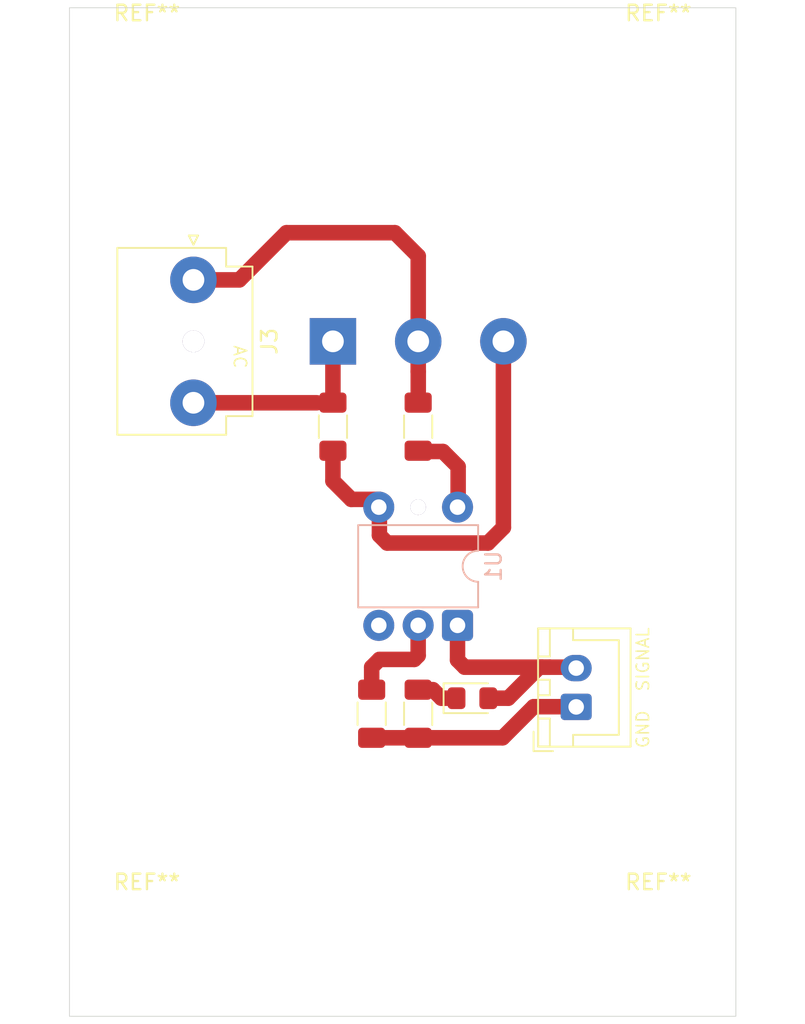
<source format=kicad_pcb>
(kicad_pcb (version 20241229) (generator "pcbnew") (generator_version "9.0")
  (layers (0 "F.Cu" signal) (2 "B.Cu" signal) (13 "F.Paste" user) (15 "B.Paste" user) (5 "F.SilkS" user "F.Silkscreen") (7 "B.SilkS" user "B.Silkscreen") (1 "F.Mask" user) (3 "B.Mask" user) (25 "Edge.Cuts" user))
  (net 0 "")
  (net 1 "GND")
  (net 2 "Net-(D2-K)")
  (net 3 "Net-(Q1-G)")
  (net 4 "/NEUTRAL")
  (net 5 "/HOT")
  (net 6 "Net-(R1-Pad1)")
  (net 10 "Net-(D2-A)")
  (net 11 "Net-(R3-Pad2)")
  (footprint "" (layer "F.Cu") (at 177 48)
    (property "Reference" "" (at 0 0 0) (layer "F.SilkS") (effects (font (size 1.27 1.27))))
    (property "Value" "")
    (pad "3" thru_hole circle (at 0 0) (size 3 3) (drill 1.4) (layers "*.Cu" "*.Mask") (net 3 "Net-(Q1-G)"))
  )
  (footprint "" (layer "F.Cu") (at 166 48)
    (property "Reference" "" (at 0 0 0) (layer "F.SilkS") (effects (font (size 1.27 1.27))))
    (property "Value" "")
    (pad "1" thru_hole rect (at 0 0) (size 3 3) (drill 1.4) (layers "*.Cu" "*.Mask") (net 4 "/NEUTRAL"))
  )
  (footprint "Resistor_SMD:R_1206_3216Metric_Pad1.30x1.75mm_HandSolder" (layer "F.Cu") (at 166 53.5 90)
    (property "Reference" "R2" (hide yes))
    (property "Value" "330" (hide yes))
    (fp_line (start -0.727064 -0.91) (end 0.727064 -0.91) (stroke (width 0.12)) (layer "F.SilkS"))
    (fp_line (start -0.727064 0.91) (end 0.727064 0.91) (stroke (width 0.12)) (layer "F.SilkS"))
    (pad "1" smd roundrect (at -1.55 0 90) (size 1.3 1.75) (layers "F.Cu" "F.Mask" "F.Paste") (roundrect_rratio 0.192308) (net 3 "Net-(Q1-G)"))
    (pad "2" smd roundrect (at 1.55 0 90) (size 1.3 1.75) (layers "F.Cu" "F.Mask" "F.Paste") (roundrect_rratio 0.192308) (net 4 "/NEUTRAL"))
  )
  (footprint "Resistor_SMD:R_1206_3216Metric_Pad1.30x1.75mm_HandSolder" (layer "F.Cu") (at 171.5 53.5 90)
    (property "Reference" "R1" (hide yes))
    (property "Value" "100" (hide yes))
    (fp_line (start -0.727064 -0.91) (end 0.727064 -0.91) (stroke (width 0.12)) (layer "F.SilkS"))
    (fp_line (start -0.727064 0.91) (end 0.727064 0.91) (stroke (width 0.12)) (layer "F.SilkS"))
    (pad "1" smd roundrect (at -1.55 0 90) (size 1.3 1.75) (layers "F.Cu" "F.Mask" "F.Paste") (roundrect_rratio 0.192308) (net 6 "Net-(R1-Pad1)"))
    (pad "2" smd roundrect (at 1.55 0 90) (size 1.3 1.75) (layers "F.Cu" "F.Mask" "F.Paste") (roundrect_rratio 0.192308) (net 5 "/HOT"))
  )
  (footprint "Connector_JST:JST_VH_B3P-VH_1x03_P3.96mm_Vertical" (layer "F.Cu") (at 157 44.04 -90)
    (property "Reference" "J3" (at 3.96 -4.9 90) (layer "F.SilkS"))
    (property "Value" "Conn_01x03_Socket")
    (fp_line (start -2.06 4.91) (end -2.06 -2.11) (stroke (width 0.12)) (layer "F.SilkS"))
    (fp_line (start 9.98 4.91) (end -2.06 4.91) (stroke (width 0.12)) (layer "F.SilkS"))
    (fp_line (start -2.86 0.3) (end -2.86 -0.3) (stroke (width 0.12)) (layer "F.SilkS"))
    (fp_line (start -2.26 0) (end -2.86 0.3) (stroke (width 0.12)) (layer "F.SilkS"))
    (fp_line (start -2.86 -0.3) (end -2.26 0) (stroke (width 0.12)) (layer "F.SilkS"))
    (fp_line (start -2.06 -2.11) (end -0.86 -2.11) (stroke (width 0.12)) (layer "F.SilkS"))
    (fp_line (start -0.86 -2.11) (end -0.86 -3.81) (stroke (width 0.12)) (layer "F.SilkS"))
    (fp_line (start 8.78 -2.11) (end 9.98 -2.11) (stroke (width 0.12)) (layer "F.SilkS"))
    (fp_line (start 9.98 -2.11) (end 9.98 4.91) (stroke (width 0.12)) (layer "F.SilkS"))
    (fp_line (start -0.86 -3.81) (end 8.78 -3.81) (stroke (width 0.12)) (layer "F.SilkS"))
    (fp_line (start 8.78 -3.81) (end 8.78 -2.11) (stroke (width 0.12)) (layer "F.SilkS"))
    (pad "1" thru_hole circle (at 0 0 270) (size 3 3) (drill 1.4) (layers "*.Cu" "*.Mask") (net 5 "/HOT"))
    (pad "2" thru_hole circle (at 3.96 0 270) (size 1.4 1.4) (drill 1.4) (layers "*.Cu" "*.Mask"))
    (pad "3" thru_hole circle (at 7.92 0 270) (size 3 3) (drill 1.4) (layers "*.Cu" "*.Mask") (net 4 "/NEUTRAL"))
  )
  (footprint "MountingHole:MountingHole_3.2mm_M3" (layer "F.Cu") (at 154 87)
    (property "Reference" "REF**" (at 0 -4.15 0) (layer "F.SilkS"))
    (property "Value" "MountingHole_3.2mm_M3")
    (pad "" np_thru_hole circle (at 0 0) (size 3 3) (drill 3) (layers "*.Cu" "*.Mask"))
  )
  (footprint "MountingHole:MountingHole_3.2mm_M3" (layer "F.Cu") (at 154 31)
    (property "Reference" "REF**" (at 0 -4.15 0) (layer "F.SilkS"))
    (property "Value" "MountingHole_3.2mm_M3")
    (pad "" np_thru_hole circle (at 0 0) (size 3 3) (drill 3) (layers "*.Cu" "*.Mask"))
  )
  (footprint "Resistor_SMD:R_1206_3216Metric_Pad1.30x1.75mm_HandSolder" (layer "F.Cu") (at 168.5 72 90)
    (property "Reference" "R3" (hide yes))
    (property "Value" "330" (hide yes))
    (fp_line (start -0.727064 -0.91) (end 0.727064 -0.91) (stroke (width 0.12)) (layer "F.SilkS"))
    (fp_line (start -0.727064 0.91) (end 0.727064 0.91) (stroke (width 0.12)) (layer "F.SilkS"))
    (pad "1" smd roundrect (at -1.55 0 90) (size 1.3 1.75) (layers "F.Cu" "F.Mask" "F.Paste") (roundrect_rratio 0.192308) (net 1 "GND"))
    (pad "2" smd roundrect (at 1.55 0 90) (size 1.3 1.75) (layers "F.Cu" "F.Mask" "F.Paste") (roundrect_rratio 0.192308) (net 11 "Net-(R3-Pad2)"))
  )
  (footprint "Resistor_SMD:R_1206_3216Metric_Pad1.30x1.75mm_HandSolder" (layer "F.Cu") (at 171.5 72 -90)
    (property "Reference" "R5" (hide yes))
    (property "Value" "10k" (hide yes))
    (fp_line (start -0.727064 0.91) (end 0.727064 0.91) (stroke (width 0.12)) (layer "F.SilkS"))
    (fp_line (start -0.727064 -0.91) (end 0.727064 -0.91) (stroke (width 0.12)) (layer "F.SilkS"))
    (pad "1" smd roundrect (at -1.55 0 270) (size 1.3 1.75) (layers "F.Cu" "F.Mask" "F.Paste") (roundrect_rratio 0.192308) (net 2 "Net-(D2-K)"))
    (pad "2" smd roundrect (at 1.55 0 270) (size 1.3 1.75) (layers "F.Cu" "F.Mask" "F.Paste") (roundrect_rratio 0.192308) (net 1 "GND"))
  )
  (footprint "MountingHole:MountingHole_3.2mm_M3" (layer "F.Cu") (at 187 87)
    (property "Reference" "REF**" (at 0 -4.15 0) (layer "F.SilkS"))
    (property "Value" "MountingHole_3.2mm_M3")
    (pad "" np_thru_hole circle (at 0 0) (size 3 3) (drill 3) (layers "*.Cu" "*.Mask"))
  )
  (footprint "" (layer "F.Cu") (at 171.50405 48)
    (property "Reference" "" (at 0 0 0) (layer "F.SilkS") (effects (font (size 1.27 1.27))))
    (property "Value" "")
    (pad "2" thru_hole circle (at 0 0) (size 3 3) (drill 1.4) (layers "*.Cu" "*.Mask") (net 5 "/HOT"))
  )
  (footprint "MountingHole:MountingHole_3.2mm_M3" (layer "F.Cu") (at 187 31)
    (property "Reference" "REF**" (at 0 -4.15 0) (layer "F.SilkS"))
    (property "Value" "MountingHole_3.2mm_M3")
    (pad "" np_thru_hole circle (at 0 0) (size 3 3) (drill 3) (layers "*.Cu" "*.Mask"))
  )
  (footprint "Connector_JST:JST_XH_B2B-XH-A_1x02_P2.50mm_Vertical" (layer "F.Cu") (at 181.696362 71.559353 90)
    (property "Reference" "J2" (hide yes))
    (property "Value" "Conn_01x02_Socket")
    (fp_line (start -1.6 -2.75) (end -2.85 -2.75) (stroke (width 0.12)) (layer "F.SilkS"))
    (fp_line (start -2.85 -2.75) (end -2.85 -1.5) (stroke (width 0.12)) (layer "F.SilkS"))
    (fp_line (start 5.06 -2.46) (end -2.56 -2.46) (stroke (width 0.12)) (layer "F.SilkS"))
    (fp_line (start -2.56 -2.46) (end -2.56 3.51) (stroke (width 0.12)) (layer "F.SilkS"))
    (fp_line (start 5.05 -2.45) (end 3.25 -2.45) (stroke (width 0.12)) (layer "F.SilkS"))
    (fp_line (start 3.25 -2.45) (end 3.25 -1.7) (stroke (width 0.12)) (layer "F.SilkS"))
    (fp_line (start 1.75 -2.45) (end 0.75 -2.45) (stroke (width 0.12)) (layer "F.SilkS"))
    (fp_line (start 0.75 -2.45) (end 0.75 -1.7) (stroke (width 0.12)) (layer "F.SilkS"))
    (fp_line (start -0.75 -2.45) (end -2.55 -2.45) (stroke (width 0.12)) (layer "F.SilkS"))
    (fp_line (start -2.55 -2.45) (end -2.55 -1.7) (stroke (width 0.12)) (layer "F.SilkS"))
    (fp_line (start 5.05 -1.7) (end 5.05 -2.45) (stroke (width 0.12)) (layer "F.SilkS"))
    (fp_line (start 3.25 -1.7) (end 5.05 -1.7) (stroke (width 0.12)) (layer "F.SilkS"))
    (fp_line (start 1.75 -1.7) (end 1.75 -2.45) (stroke (width 0.12)) (layer "F.SilkS"))
    (fp_line (start 0.75 -1.7) (end 1.75 -1.7) (stroke (width 0.12)) (layer "F.SilkS"))
    (fp_line (start -0.75 -1.7) (end -0.75 -2.45) (stroke (width 0.12)) (layer "F.SilkS"))
    (fp_line (start -2.55 -1.7) (end -0.75 -1.7) (stroke (width 0.12)) (layer "F.SilkS"))
    (fp_line (start 5.05 -0.2) (end 4.3 -0.2) (stroke (width 0.12)) (layer "F.SilkS"))
    (fp_line (start 4.3 -0.2) (end 4.3 2.75) (stroke (width 0.12)) (layer "F.SilkS"))
    (fp_line (start -1.8 -0.2) (end -1.8 2.75) (stroke (width 0.12)) (layer "F.SilkS"))
    (fp_line (start -2.55 -0.2) (end -1.8 -0.2) (stroke (width 0.12)) (layer "F.SilkS"))
    (fp_line (start 4.3 2.75) (end 1.25 2.75) (stroke (width 0.12)) (layer "F.SilkS"))
    (fp_line (start -1.8 2.75) (end 1.25 2.75) (stroke (width 0.12)) (layer "F.SilkS"))
    (fp_line (start 5.06 3.51) (end 5.06 -2.46) (stroke (width 0.12)) (layer "F.SilkS"))
    (fp_line (start -2.56 3.51) (end 5.06 3.51) (stroke (width 0.12)) (layer "F.SilkS"))
    (pad "1" thru_hole roundrect (at 0 0 90) (size 1.7 2) (drill 1) (layers "*.Cu" "*.Mask") (roundrect_rratio 0.147059) (net 1 "GND"))
    (pad "2" thru_hole oval (at 2.5 0 90) (size 1.7 2) (drill 1) (layers "*.Cu" "*.Mask") (net 10 "Net-(D2-A)"))
  )
  (footprint "LED_SMD:LED_0805_2012Metric_Pad1.15x1.40mm_HandSolder" (layer "F.Cu") (at 175 71)
    (property "Reference" "D2" (hide yes))
    (property "Value" "LED" (hide yes))
    (fp_line (start -1.86 -0.96) (end -1.86 0.96) (stroke (width 0.12)) (layer "F.SilkS"))
    (fp_line (start -1.86 0.96) (end 1 0.96) (stroke (width 0.12)) (layer "F.SilkS"))
    (fp_line (start 1 -0.96) (end -1.86 -0.96) (stroke (width 0.12)) (layer "F.SilkS"))
    (pad "1" smd roundrect (at -1.025 0) (size 1.15 1.4) (layers "F.Cu" "F.Mask" "F.Paste") (roundrect_rratio 0.217391) (net 2 "Net-(D2-K)"))
    (pad "2" smd roundrect (at 1.025 0) (size 1.15 1.4) (layers "F.Cu" "F.Mask" "F.Paste") (roundrect_rratio 0.217391) (net 10 "Net-(D2-A)"))
  )
  (footprint "Package_DIP:DIP-6_W7.62mm" (layer "B.Cu") (at 174.04 66.305 90)
    (property "Reference" "U1" (at 3.81 2.33 90) (layer "B.SilkS") (effects (justify mirror)))
    (property "Value" "MOC3063M")
    (fp_line (start 6.46 -6.41) (end 6.46 1.33) (stroke (width 0.12)) (layer "B.SilkS"))
    (fp_line (start 1.16 -6.41) (end 6.46 -6.41) (stroke (width 0.12)) (layer "B.SilkS"))
    (fp_line (start 6.46 1.33) (end 4.81 1.33) (stroke (width 0.12)) (layer "B.SilkS"))
    (fp_line (start 2.81 1.33) (end 1.16 1.33) (stroke (width 0.12)) (layer "B.SilkS"))
    (fp_line (start 1.16 1.33) (end 1.16 -6.41) (stroke (width 0.12)) (layer "B.SilkS"))
    (fp_arc (start 2.81 1.33) (mid 3.81 0.33) (end 4.81 1.33) (stroke (width 0.12)) (layer "B.SilkS"))
    (pad "1" thru_hole roundrect (at 0 0 90) (size 2 2) (drill 1) (layers "*.Cu" "*.Mask") (roundrect_rratio 0.15625) (net 10 "Net-(D2-A)"))
    (pad "2" thru_hole circle (at 0 -2.54 90) (size 2 2) (drill 1) (layers "*.Cu" "*.Mask") (net 11 "Net-(R3-Pad2)"))
    (pad "3" thru_hole circle (at 0 -5.08 90) (size 2 2) (drill 1) (layers "*.Cu" "*.Mask"))
    (pad "4" thru_hole circle (at 7.62 -5.08 90) (size 2 2) (drill 1) (layers "*.Cu" "*.Mask") (net 3 "Net-(Q1-G)"))
    (pad "5" thru_hole circle (at 7.62 -2.54 90) (size 1 1) (drill 1) (layers "*.Cu" "*.Mask"))
    (pad "6" thru_hole circle (at 7.62 0 90) (size 2 2) (drill 1) (layers "*.Cu" "*.Mask") (net 6 "Net-(R1-Pad1)"))
  )
  (gr_rect (start 149 26.5) (end 192 91.5) (stroke (width 0.05)) (fill no) (layer "Edge.Cuts"))
  (gr_text "SIGNAL" (at 186 68.5 90) (layer "F.SilkS") (effects (font (size 0.8 0.8) (thickness 0.1))))
  (gr_text "GND" (at 186 73 90) (layer "F.SilkS") (effects (font (size 0.8 0.8) (thickness 0.1))))
  (gr_text "AC" (at 160 49 270) (layer "F.SilkS") (effects (font (size 0.8 0.8) (thickness 0.1))))
  (segment (start 178.953277 71.546723) (end 176.95 73.55) (width 1) (layer "F.Cu") (net 1))
  (segment (start 176.95 73.55) (end 171.5 73.55) (width 1) (layer "F.Cu") (net 1))
  (segment (start 180.999341 71.546723) (end 178.953277 71.546723) (width 1) (layer "F.Cu") (net 1))
  (segment (start 171.5 73.55) (end 168.5 73.55) (width 1) (layer "F.Cu") (net 1))
  (segment (start 172.45 70.45) (end 173 71) (width 1) (layer "F.Cu") (net 2))
  (segment (start 173 71) (end 173.975 71) (width 1) (layer "F.Cu") (net 2))
  (segment (start 171.5 70.45) (end 172.45 70.45) (width 1) (layer "F.Cu") (net 2))
  (segment (start 166 57) (end 167.185 58.185) (width 1) (layer "F.Cu") (net 3))
  (segment (start 166 55.1) (end 166 57) (width 1) (layer "F.Cu") (net 3))
  (segment (start 177 60) (end 177 48) (width 1) (layer "F.Cu") (net 3))
  (segment (start 176 61) (end 177 60) (width 1) (layer "F.Cu") (net 3))
  (segment (start 169.5 61) (end 176 61) (width 1) (layer "F.Cu") (net 3))
  (segment (start 169 58.185) (end 169 60.5) (width 1) (layer "F.Cu") (net 3))
  (segment (start 167.185 58.185) (end 169 58.185) (width 1) (layer "F.Cu") (net 3))
  (segment (start 169 60.5) (end 169.5 61) (width 1) (layer "F.Cu") (net 3))
  (segment (start 166 52) (end 165 52) (width 0.6) (layer "F.Cu") (net 4))
  (segment (start 164.96 51.96) (end 157 51.96) (width 1) (layer "F.Cu") (net 4))
  (segment (start 165 52) (end 164.96 51.96) (width 0.6) (layer "F.Cu") (net 4))
  (segment (start 166 48) (end 166 52) (width 1) (layer "F.Cu") (net 4))
  (segment (start 159.96 44.04) (end 157 44.04) (width 1) (layer "F.Cu") (net 5))
  (segment (start 170 41) (end 163 41) (width 1) (layer "F.Cu") (net 5))
  (segment (start 171.50405 49.94595) (end 171.50618 49.94808) (width 0.6) (layer "F.Cu") (net 5))
  (segment (start 171.50405 48) (end 171.50405 42.50405) (width 1) (layer "F.Cu") (net 5))
  (segment (start 171.50618 49.94808) (end 171.50618 52) (width 1) (layer "F.Cu") (net 5))
  (segment (start 171.50405 42.50405) (end 170 41) (width 1) (layer "F.Cu") (net 5))
  (segment (start 163 41) (end 159.96 44.04) (width 1) (layer "F.Cu") (net 5))
  (segment (start 171.50405 48) (end 171.50405 49.94595) (width 1) (layer "F.Cu") (net 5))
  (segment (start 171.437596 48.066454) (end 171.50405 48) (width 0.6) (layer "F.Cu") (net 5))
  (segment (start 173.1 55.1) (end 171.50618 55.1) (width 1) (layer "F.Cu") (net 6))
  (segment (start 174.08 58.185) (end 174.08 56.08) (width 1) (layer "F.Cu") (net 6))
  (segment (start 173.9125 58.0975) (end 174 58.185) (width 0.2) (layer "F.Cu") (net 6))
  (segment (start 174.08 56.08) (end 173.1 55.1) (width 1) (layer "F.Cu") (net 6))
  (segment (start 174.08 66.08) (end 174.08 65.805) (width 0.6) (layer "F.Cu") (net 10))
  (segment (start 174.5 69) (end 174.04 68.54) (width 1) (layer "F.Cu") (net 10))
  (segment (start 180 69) (end 179.310485 69) (width 1) (layer "F.Cu") (net 10))
  (segment (start 179.5 69) (end 180 69) (width 1) (layer "F.Cu") (net 10))
  (segment (start 174.04 68.54) (end 174.04 66.305) (width 1) (layer "F.Cu") (net 10))
  (segment (start 179.310485 69) (end 179.5 69) (width 1) (layer "F.Cu") (net 10))
  (segment (start 180 69) (end 181 69) (width 1) (layer "F.Cu") (net 10))
  (segment (start 177.310485 71) (end 176.025 71) (width 1) (layer "F.Cu") (net 10))
  (segment (start 179.5 69) (end 174.5 69) (width 1) (layer "F.Cu") (net 10))
  (segment (start 179.310485 69) (end 177.310485 71) (width 1) (layer "F.Cu") (net 10))
  (segment (start 171.25 68.5) (end 169 68.5) (width 1) (layer "F.Cu") (net 11))
  (segment (start 171.5 66.305) (end 171.5 68.25) (width 1) (layer "F.Cu") (net 11))
  (segment (start 169 68.5) (end 168.5 69) (width 1) (layer "F.Cu") (net 11))
  (segment (start 168.5 69) (end 168.5 70.45) (width 1) (layer "F.Cu") (net 11))
  (segment (start 171.5 68.25) (end 171.25 68.5) (width 1) (layer "F.Cu") (net 11))
)
</source>
